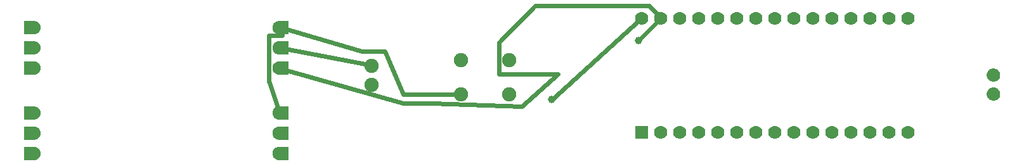
<source format=gbl>
G04 MADE WITH FRITZING*
G04 WWW.FRITZING.ORG*
G04 DOUBLE SIDED*
G04 HOLES PLATED*
G04 CONTOUR ON CENTER OF CONTOUR VECTOR*
%ASAXBY*%
%FSLAX23Y23*%
%MOIN*%
%OFA0B0*%
%SFA1.0B1.0*%
%ADD10C,0.075000*%
%ADD11C,0.070000*%
%ADD12C,0.045440*%
%ADD13C,0.039370*%
%ADD14R,0.070000X0.069972*%
%ADD15C,0.024000*%
%ADD16R,0.001000X0.001000*%
%LNCOPPER0*%
G90*
G70*
G54D10*
X2598Y463D03*
X2342Y463D03*
X2598Y641D03*
X2342Y641D03*
G54D11*
X3292Y263D03*
X3392Y263D03*
X3492Y263D03*
X3592Y263D03*
X3692Y263D03*
X3792Y263D03*
X3892Y263D03*
X3992Y263D03*
X4092Y263D03*
X4192Y263D03*
X4292Y263D03*
X4392Y263D03*
X4492Y263D03*
X4592Y263D03*
X4692Y263D03*
X3292Y863D03*
X3392Y863D03*
X3492Y863D03*
X3592Y863D03*
X3692Y863D03*
X3792Y863D03*
X3892Y863D03*
X3992Y863D03*
X4092Y863D03*
X4192Y863D03*
X4292Y863D03*
X4392Y863D03*
X4492Y863D03*
X4592Y863D03*
X4692Y863D03*
G54D12*
X93Y363D03*
X93Y257D03*
X93Y150D03*
X1392Y363D03*
X1392Y257D03*
X1392Y150D03*
X93Y813D03*
X93Y707D03*
X93Y600D03*
X1392Y813D03*
X1392Y707D03*
X1392Y600D03*
G54D10*
X1873Y613D03*
X1873Y513D03*
G54D11*
X5142Y563D03*
X5142Y463D03*
G54D13*
X2820Y434D03*
X3276Y746D03*
G54D14*
X3292Y263D03*
G54D15*
X1404Y810D02*
X1822Y687D01*
D02*
X1822Y687D02*
X1942Y687D01*
D02*
X2191Y463D02*
X2325Y463D01*
D02*
X2040Y463D02*
X2191Y463D01*
D02*
X1942Y687D02*
X2040Y463D01*
D02*
X1404Y596D02*
X2040Y415D01*
D02*
X2191Y415D02*
X2662Y399D01*
D02*
X2040Y415D02*
X2191Y415D01*
D02*
X2662Y399D02*
X2854Y567D01*
D02*
X2854Y567D02*
X2542Y567D01*
D02*
X2542Y567D02*
X2542Y735D01*
D02*
X2542Y735D02*
X2734Y927D01*
D02*
X2734Y927D02*
X3334Y927D01*
D02*
X3334Y927D02*
X3380Y877D01*
D02*
X1856Y617D02*
X1405Y705D01*
D02*
X1388Y375D02*
X1332Y530D01*
X1332Y530D02*
X1332Y770D01*
X1332Y770D02*
X1404Y770D01*
X1404Y770D02*
X1404Y794D01*
X1404Y794D02*
X1399Y803D01*
D02*
X3279Y851D02*
X2826Y439D01*
D02*
X3282Y751D02*
X3372Y842D01*
X3372Y842D02*
X3380Y850D01*
G54D16*
X49Y847D02*
X107Y847D01*
X1380Y847D02*
X1437Y847D01*
X49Y846D02*
X110Y846D01*
X1376Y846D02*
X1437Y846D01*
X49Y845D02*
X113Y845D01*
X1374Y845D02*
X1437Y845D01*
X49Y844D02*
X115Y844D01*
X1372Y844D02*
X1437Y844D01*
X49Y843D02*
X117Y843D01*
X1370Y843D02*
X1437Y843D01*
X49Y842D02*
X118Y842D01*
X1368Y842D02*
X1437Y842D01*
X49Y841D02*
X120Y841D01*
X1367Y841D02*
X1437Y841D01*
X49Y840D02*
X121Y840D01*
X1366Y840D02*
X1437Y840D01*
X49Y839D02*
X122Y839D01*
X1364Y839D02*
X1437Y839D01*
X49Y838D02*
X123Y838D01*
X1363Y838D02*
X1437Y838D01*
X49Y837D02*
X124Y837D01*
X1362Y837D02*
X1437Y837D01*
X49Y836D02*
X125Y836D01*
X1361Y836D02*
X1437Y836D01*
X49Y835D02*
X126Y835D01*
X1361Y835D02*
X1437Y835D01*
X49Y834D02*
X126Y834D01*
X1360Y834D02*
X1437Y834D01*
X49Y833D02*
X127Y833D01*
X1359Y833D02*
X1437Y833D01*
X49Y832D02*
X128Y832D01*
X1358Y832D02*
X1437Y832D01*
X49Y831D02*
X128Y831D01*
X1358Y831D02*
X1437Y831D01*
X49Y830D02*
X129Y830D01*
X1357Y830D02*
X1437Y830D01*
X49Y829D02*
X130Y829D01*
X1357Y829D02*
X1437Y829D01*
X49Y828D02*
X130Y828D01*
X1356Y828D02*
X1437Y828D01*
X49Y827D02*
X131Y827D01*
X1356Y827D02*
X1437Y827D01*
X49Y826D02*
X131Y826D01*
X1355Y826D02*
X1437Y826D01*
X49Y825D02*
X131Y825D01*
X1355Y825D02*
X1437Y825D01*
X49Y824D02*
X132Y824D01*
X1355Y824D02*
X1437Y824D01*
X49Y823D02*
X132Y823D01*
X1354Y823D02*
X1437Y823D01*
X49Y822D02*
X132Y822D01*
X1354Y822D02*
X1437Y822D01*
X49Y821D02*
X132Y821D01*
X1354Y821D02*
X1437Y821D01*
X49Y820D02*
X133Y820D01*
X1354Y820D02*
X1437Y820D01*
X49Y819D02*
X133Y819D01*
X1353Y819D02*
X1437Y819D01*
X49Y818D02*
X133Y818D01*
X1353Y818D02*
X1437Y818D01*
X49Y817D02*
X133Y817D01*
X1353Y817D02*
X1437Y817D01*
X49Y816D02*
X133Y816D01*
X1353Y816D02*
X1437Y816D01*
X49Y815D02*
X133Y815D01*
X1353Y815D02*
X1437Y815D01*
X49Y814D02*
X133Y814D01*
X1353Y814D02*
X1437Y814D01*
X49Y813D02*
X133Y813D01*
X1353Y813D02*
X1437Y813D01*
X49Y812D02*
X133Y812D01*
X1353Y812D02*
X1437Y812D01*
X49Y811D02*
X133Y811D01*
X1353Y811D02*
X1437Y811D01*
X49Y810D02*
X133Y810D01*
X1353Y810D02*
X1437Y810D01*
X49Y809D02*
X133Y809D01*
X1353Y809D02*
X1437Y809D01*
X49Y808D02*
X133Y808D01*
X1353Y808D02*
X1437Y808D01*
X49Y807D02*
X133Y807D01*
X1353Y807D02*
X1437Y807D01*
X49Y806D02*
X133Y806D01*
X1354Y806D02*
X1437Y806D01*
X49Y805D02*
X132Y805D01*
X1354Y805D02*
X1437Y805D01*
X49Y804D02*
X132Y804D01*
X1354Y804D02*
X1437Y804D01*
X49Y803D02*
X132Y803D01*
X1354Y803D02*
X1437Y803D01*
X49Y802D02*
X132Y802D01*
X1355Y802D02*
X1437Y802D01*
X49Y801D02*
X131Y801D01*
X1355Y801D02*
X1437Y801D01*
X49Y800D02*
X131Y800D01*
X1355Y800D02*
X1437Y800D01*
X49Y799D02*
X130Y799D01*
X1356Y799D02*
X1437Y799D01*
X49Y798D02*
X130Y798D01*
X1356Y798D02*
X1437Y798D01*
X49Y797D02*
X129Y797D01*
X1357Y797D02*
X1437Y797D01*
X49Y796D02*
X129Y796D01*
X1357Y796D02*
X1437Y796D01*
X49Y795D02*
X128Y795D01*
X1358Y795D02*
X1437Y795D01*
X49Y794D02*
X128Y794D01*
X1359Y794D02*
X1437Y794D01*
X49Y793D02*
X127Y793D01*
X1359Y793D02*
X1437Y793D01*
X49Y792D02*
X126Y792D01*
X1360Y792D02*
X1437Y792D01*
X49Y791D02*
X125Y791D01*
X1361Y791D02*
X1437Y791D01*
X49Y790D02*
X125Y790D01*
X1362Y790D02*
X1437Y790D01*
X49Y789D02*
X124Y789D01*
X1363Y789D02*
X1437Y789D01*
X49Y788D02*
X123Y788D01*
X1364Y788D02*
X1437Y788D01*
X49Y787D02*
X122Y787D01*
X1365Y787D02*
X1437Y787D01*
X49Y786D02*
X120Y786D01*
X1366Y786D02*
X1437Y786D01*
X49Y785D02*
X119Y785D01*
X1367Y785D02*
X1437Y785D01*
X49Y784D02*
X118Y784D01*
X1369Y784D02*
X1437Y784D01*
X49Y783D02*
X116Y783D01*
X1370Y783D02*
X1437Y783D01*
X49Y782D02*
X114Y782D01*
X1372Y782D02*
X1437Y782D01*
X49Y781D02*
X112Y781D01*
X1374Y781D02*
X1437Y781D01*
X49Y780D02*
X109Y780D01*
X1377Y780D02*
X1437Y780D01*
X49Y779D02*
X105Y779D01*
X1381Y779D02*
X1437Y779D01*
X49Y741D02*
X103Y741D01*
X1383Y741D02*
X1437Y741D01*
X49Y740D02*
X108Y740D01*
X1378Y740D02*
X1437Y740D01*
X49Y739D02*
X111Y739D01*
X1375Y739D02*
X1437Y739D01*
X49Y738D02*
X114Y738D01*
X1373Y738D02*
X1437Y738D01*
X49Y737D02*
X116Y737D01*
X1371Y737D02*
X1437Y737D01*
X49Y736D02*
X117Y736D01*
X1369Y736D02*
X1437Y736D01*
X49Y735D02*
X119Y735D01*
X1368Y735D02*
X1437Y735D01*
X49Y734D02*
X120Y734D01*
X1366Y734D02*
X1437Y734D01*
X49Y733D02*
X121Y733D01*
X1365Y733D02*
X1437Y733D01*
X49Y732D02*
X122Y732D01*
X1364Y732D02*
X1437Y732D01*
X49Y731D02*
X123Y731D01*
X1363Y731D02*
X1437Y731D01*
X49Y730D02*
X124Y730D01*
X1362Y730D02*
X1437Y730D01*
X49Y729D02*
X125Y729D01*
X1361Y729D02*
X1437Y729D01*
X49Y728D02*
X126Y728D01*
X1360Y728D02*
X1437Y728D01*
X49Y727D02*
X127Y727D01*
X1360Y727D02*
X1437Y727D01*
X49Y726D02*
X127Y726D01*
X1359Y726D02*
X1437Y726D01*
X49Y725D02*
X128Y725D01*
X1358Y725D02*
X1437Y725D01*
X49Y724D02*
X129Y724D01*
X1358Y724D02*
X1437Y724D01*
X49Y723D02*
X129Y723D01*
X1357Y723D02*
X1437Y723D01*
X49Y722D02*
X130Y722D01*
X1357Y722D02*
X1437Y722D01*
X49Y721D02*
X130Y721D01*
X1356Y721D02*
X1437Y721D01*
X49Y720D02*
X131Y720D01*
X1356Y720D02*
X1437Y720D01*
X49Y719D02*
X131Y719D01*
X1355Y719D02*
X1437Y719D01*
X49Y718D02*
X131Y718D01*
X1355Y718D02*
X1437Y718D01*
X49Y717D02*
X132Y717D01*
X1355Y717D02*
X1437Y717D01*
X49Y716D02*
X132Y716D01*
X1354Y716D02*
X1437Y716D01*
X49Y715D02*
X132Y715D01*
X1354Y715D02*
X1437Y715D01*
X49Y714D02*
X133Y714D01*
X1354Y714D02*
X1437Y714D01*
X49Y713D02*
X133Y713D01*
X1354Y713D02*
X1437Y713D01*
X49Y712D02*
X133Y712D01*
X1353Y712D02*
X1437Y712D01*
X49Y711D02*
X133Y711D01*
X1353Y711D02*
X1437Y711D01*
X49Y710D02*
X133Y710D01*
X1353Y710D02*
X1437Y710D01*
X49Y709D02*
X133Y709D01*
X1353Y709D02*
X1437Y709D01*
X49Y708D02*
X133Y708D01*
X1353Y708D02*
X1437Y708D01*
X49Y707D02*
X133Y707D01*
X1353Y707D02*
X1437Y707D01*
X49Y706D02*
X133Y706D01*
X1353Y706D02*
X1437Y706D01*
X49Y705D02*
X133Y705D01*
X1353Y705D02*
X1437Y705D01*
X49Y704D02*
X133Y704D01*
X1353Y704D02*
X1437Y704D01*
X49Y703D02*
X133Y703D01*
X1353Y703D02*
X1437Y703D01*
X49Y702D02*
X133Y702D01*
X1353Y702D02*
X1437Y702D01*
X49Y701D02*
X133Y701D01*
X1353Y701D02*
X1437Y701D01*
X49Y700D02*
X133Y700D01*
X1354Y700D02*
X1437Y700D01*
X49Y699D02*
X133Y699D01*
X1354Y699D02*
X1437Y699D01*
X49Y698D02*
X132Y698D01*
X1354Y698D02*
X1437Y698D01*
X49Y697D02*
X132Y697D01*
X1354Y697D02*
X1437Y697D01*
X49Y696D02*
X132Y696D01*
X1355Y696D02*
X1437Y696D01*
X49Y695D02*
X131Y695D01*
X1355Y695D02*
X1437Y695D01*
X49Y694D02*
X131Y694D01*
X1355Y694D02*
X1437Y694D01*
X49Y693D02*
X131Y693D01*
X1356Y693D02*
X1437Y693D01*
X49Y692D02*
X130Y692D01*
X1356Y692D02*
X1437Y692D01*
X49Y691D02*
X130Y691D01*
X1357Y691D02*
X1437Y691D01*
X49Y690D02*
X129Y690D01*
X1357Y690D02*
X1437Y690D01*
X49Y689D02*
X129Y689D01*
X1358Y689D02*
X1437Y689D01*
X49Y688D02*
X128Y688D01*
X1358Y688D02*
X1437Y688D01*
X49Y687D02*
X127Y687D01*
X1359Y687D02*
X1437Y687D01*
X49Y686D02*
X127Y686D01*
X1360Y686D02*
X1437Y686D01*
X49Y685D02*
X126Y685D01*
X1360Y685D02*
X1437Y685D01*
X49Y684D02*
X125Y684D01*
X1361Y684D02*
X1437Y684D01*
X49Y683D02*
X124Y683D01*
X1362Y683D02*
X1437Y683D01*
X49Y682D02*
X123Y682D01*
X1363Y682D02*
X1437Y682D01*
X49Y681D02*
X122Y681D01*
X1364Y681D02*
X1437Y681D01*
X49Y680D02*
X121Y680D01*
X1365Y680D02*
X1437Y680D01*
X49Y679D02*
X120Y679D01*
X1366Y679D02*
X1437Y679D01*
X49Y678D02*
X119Y678D01*
X1368Y678D02*
X1437Y678D01*
X49Y677D02*
X117Y677D01*
X1369Y677D02*
X1437Y677D01*
X49Y676D02*
X115Y676D01*
X1371Y676D02*
X1437Y676D01*
X49Y675D02*
X113Y675D01*
X1373Y675D02*
X1437Y675D01*
X49Y674D02*
X111Y674D01*
X1375Y674D02*
X1437Y674D01*
X49Y673D02*
X108Y673D01*
X1378Y673D02*
X1437Y673D01*
X49Y672D02*
X101Y672D01*
X1385Y672D02*
X1437Y672D01*
X49Y634D02*
X106Y634D01*
X1380Y634D02*
X1437Y634D01*
X49Y633D02*
X110Y633D01*
X1377Y633D02*
X1437Y633D01*
X49Y632D02*
X112Y632D01*
X1374Y632D02*
X1437Y632D01*
X49Y631D02*
X114Y631D01*
X1372Y631D02*
X1437Y631D01*
X49Y630D02*
X116Y630D01*
X1370Y630D02*
X1437Y630D01*
X49Y629D02*
X118Y629D01*
X1368Y629D02*
X1437Y629D01*
X49Y628D02*
X119Y628D01*
X1367Y628D02*
X1437Y628D01*
X49Y627D02*
X121Y627D01*
X1366Y627D02*
X1437Y627D01*
X49Y626D02*
X122Y626D01*
X1365Y626D02*
X1437Y626D01*
X49Y625D02*
X123Y625D01*
X1363Y625D02*
X1437Y625D01*
X49Y624D02*
X124Y624D01*
X1362Y624D02*
X1437Y624D01*
X49Y623D02*
X125Y623D01*
X1362Y623D02*
X1437Y623D01*
X49Y622D02*
X126Y622D01*
X1361Y622D02*
X1437Y622D01*
X49Y621D02*
X126Y621D01*
X1360Y621D02*
X1437Y621D01*
X49Y620D02*
X127Y620D01*
X1359Y620D02*
X1437Y620D01*
X49Y619D02*
X128Y619D01*
X1359Y619D02*
X1437Y619D01*
X49Y618D02*
X128Y618D01*
X1358Y618D02*
X1437Y618D01*
X49Y617D02*
X129Y617D01*
X1357Y617D02*
X1437Y617D01*
X49Y616D02*
X129Y616D01*
X1357Y616D02*
X1437Y616D01*
X49Y615D02*
X130Y615D01*
X1356Y615D02*
X1437Y615D01*
X49Y614D02*
X130Y614D01*
X1356Y614D02*
X1437Y614D01*
X49Y613D02*
X131Y613D01*
X1355Y613D02*
X1437Y613D01*
X49Y612D02*
X131Y612D01*
X1355Y612D02*
X1437Y612D01*
X49Y611D02*
X132Y611D01*
X1355Y611D02*
X1437Y611D01*
X49Y610D02*
X132Y610D01*
X1354Y610D02*
X1437Y610D01*
X49Y609D02*
X132Y609D01*
X1354Y609D02*
X1437Y609D01*
X49Y608D02*
X132Y608D01*
X1354Y608D02*
X1437Y608D01*
X49Y607D02*
X133Y607D01*
X1354Y607D02*
X1437Y607D01*
X49Y606D02*
X133Y606D01*
X1353Y606D02*
X1437Y606D01*
X49Y605D02*
X133Y605D01*
X1353Y605D02*
X1437Y605D01*
X49Y604D02*
X133Y604D01*
X1353Y604D02*
X1437Y604D01*
X49Y603D02*
X133Y603D01*
X1353Y603D02*
X1437Y603D01*
X49Y602D02*
X133Y602D01*
X1353Y602D02*
X1437Y602D01*
X49Y601D02*
X134Y601D01*
X1353Y601D02*
X1437Y601D01*
X49Y600D02*
X134Y600D01*
X1353Y600D02*
X1437Y600D01*
X49Y599D02*
X133Y599D01*
X1353Y599D02*
X1437Y599D01*
X49Y598D02*
X133Y598D01*
X1353Y598D02*
X1437Y598D01*
X5139Y598D02*
X5147Y598D01*
X49Y597D02*
X133Y597D01*
X1353Y597D02*
X1437Y597D01*
X5134Y597D02*
X5151Y597D01*
X49Y596D02*
X133Y596D01*
X1353Y596D02*
X1437Y596D01*
X5131Y596D02*
X5154Y596D01*
X49Y595D02*
X133Y595D01*
X1353Y595D02*
X1437Y595D01*
X5129Y595D02*
X5157Y595D01*
X49Y594D02*
X133Y594D01*
X1353Y594D02*
X1437Y594D01*
X5127Y594D02*
X5159Y594D01*
X49Y593D02*
X133Y593D01*
X1354Y593D02*
X1437Y593D01*
X5125Y593D02*
X5161Y593D01*
X49Y592D02*
X132Y592D01*
X1354Y592D02*
X1437Y592D01*
X5123Y592D02*
X5162Y592D01*
X49Y591D02*
X132Y591D01*
X1354Y591D02*
X1437Y591D01*
X5122Y591D02*
X5164Y591D01*
X49Y590D02*
X132Y590D01*
X1354Y590D02*
X1437Y590D01*
X5121Y590D02*
X5165Y590D01*
X49Y589D02*
X132Y589D01*
X1355Y589D02*
X1437Y589D01*
X5119Y589D02*
X5166Y589D01*
X49Y588D02*
X131Y588D01*
X1355Y588D02*
X1437Y588D01*
X5118Y588D02*
X5167Y588D01*
X49Y587D02*
X131Y587D01*
X1355Y587D02*
X1437Y587D01*
X5118Y587D02*
X5168Y587D01*
X49Y586D02*
X130Y586D01*
X1356Y586D02*
X1437Y586D01*
X5117Y586D02*
X5169Y586D01*
X49Y585D02*
X130Y585D01*
X1356Y585D02*
X1437Y585D01*
X5116Y585D02*
X5170Y585D01*
X49Y584D02*
X130Y584D01*
X1357Y584D02*
X1437Y584D01*
X5115Y584D02*
X5170Y584D01*
X49Y583D02*
X129Y583D01*
X1357Y583D02*
X1437Y583D01*
X5114Y583D02*
X5171Y583D01*
X49Y582D02*
X128Y582D01*
X1358Y582D02*
X1437Y582D01*
X5114Y582D02*
X5172Y582D01*
X49Y581D02*
X128Y581D01*
X1359Y581D02*
X1437Y581D01*
X5113Y581D02*
X5172Y581D01*
X49Y580D02*
X127Y580D01*
X1359Y580D02*
X1437Y580D01*
X5113Y580D02*
X5173Y580D01*
X49Y579D02*
X126Y579D01*
X1360Y579D02*
X1437Y579D01*
X5112Y579D02*
X5173Y579D01*
X49Y578D02*
X126Y578D01*
X1361Y578D02*
X1437Y578D01*
X5112Y578D02*
X5138Y578D01*
X5147Y578D02*
X5174Y578D01*
X49Y577D02*
X125Y577D01*
X1362Y577D02*
X1437Y577D01*
X5111Y577D02*
X5136Y577D01*
X5150Y577D02*
X5174Y577D01*
X49Y576D02*
X124Y576D01*
X1362Y576D02*
X1437Y576D01*
X5111Y576D02*
X5134Y576D01*
X5152Y576D02*
X5175Y576D01*
X49Y575D02*
X123Y575D01*
X1363Y575D02*
X1437Y575D01*
X5110Y575D02*
X5133Y575D01*
X5153Y575D02*
X5175Y575D01*
X49Y574D02*
X122Y574D01*
X1364Y574D02*
X1437Y574D01*
X5110Y574D02*
X5132Y574D01*
X5154Y574D02*
X5175Y574D01*
X49Y573D02*
X121Y573D01*
X1366Y573D02*
X1437Y573D01*
X5110Y573D02*
X5131Y573D01*
X5155Y573D02*
X5176Y573D01*
X49Y572D02*
X119Y572D01*
X1367Y572D02*
X1437Y572D01*
X5110Y572D02*
X5130Y572D01*
X5156Y572D02*
X5176Y572D01*
X49Y571D02*
X118Y571D01*
X1368Y571D02*
X1437Y571D01*
X5109Y571D02*
X5129Y571D01*
X5156Y571D02*
X5176Y571D01*
X49Y570D02*
X116Y570D01*
X1370Y570D02*
X1437Y570D01*
X5109Y570D02*
X5129Y570D01*
X5157Y570D02*
X5177Y570D01*
X49Y569D02*
X115Y569D01*
X1372Y569D02*
X1437Y569D01*
X5109Y569D02*
X5128Y569D01*
X5157Y569D02*
X5177Y569D01*
X49Y568D02*
X112Y568D01*
X1374Y568D02*
X1437Y568D01*
X5109Y568D02*
X5128Y568D01*
X5158Y568D02*
X5177Y568D01*
X49Y567D02*
X110Y567D01*
X1376Y567D02*
X1437Y567D01*
X5109Y567D02*
X5128Y567D01*
X5158Y567D02*
X5177Y567D01*
X49Y566D02*
X106Y566D01*
X1380Y566D02*
X1437Y566D01*
X5108Y566D02*
X5127Y566D01*
X5158Y566D02*
X5177Y566D01*
X5108Y565D02*
X5127Y565D01*
X5158Y565D02*
X5177Y565D01*
X5108Y564D02*
X5127Y564D01*
X5158Y564D02*
X5177Y564D01*
X5108Y563D02*
X5127Y563D01*
X5158Y563D02*
X5177Y563D01*
X5108Y562D02*
X5127Y562D01*
X5158Y562D02*
X5177Y562D01*
X5108Y561D02*
X5127Y561D01*
X5158Y561D02*
X5177Y561D01*
X5109Y560D02*
X5128Y560D01*
X5158Y560D02*
X5177Y560D01*
X5109Y559D02*
X5128Y559D01*
X5158Y559D02*
X5177Y559D01*
X5109Y558D02*
X5128Y558D01*
X5157Y558D02*
X5177Y558D01*
X5109Y557D02*
X5129Y557D01*
X5157Y557D02*
X5177Y557D01*
X5109Y556D02*
X5129Y556D01*
X5156Y556D02*
X5176Y556D01*
X5109Y555D02*
X5130Y555D01*
X5156Y555D02*
X5176Y555D01*
X5110Y554D02*
X5131Y554D01*
X5155Y554D02*
X5176Y554D01*
X5110Y553D02*
X5132Y553D01*
X5154Y553D02*
X5176Y553D01*
X5110Y552D02*
X5133Y552D01*
X5153Y552D02*
X5175Y552D01*
X5111Y551D02*
X5134Y551D01*
X5152Y551D02*
X5175Y551D01*
X5111Y550D02*
X5135Y550D01*
X5150Y550D02*
X5174Y550D01*
X5112Y549D02*
X5138Y549D01*
X5148Y549D02*
X5174Y549D01*
X5112Y548D02*
X5173Y548D01*
X5113Y547D02*
X5173Y547D01*
X5113Y546D02*
X5172Y546D01*
X5114Y545D02*
X5172Y545D01*
X5114Y544D02*
X5171Y544D01*
X5115Y543D02*
X5171Y543D01*
X5116Y542D02*
X5170Y542D01*
X5117Y541D02*
X5169Y541D01*
X5117Y540D02*
X5168Y540D01*
X5118Y539D02*
X5167Y539D01*
X5119Y538D02*
X5166Y538D01*
X5120Y537D02*
X5165Y537D01*
X5122Y536D02*
X5164Y536D01*
X5123Y535D02*
X5162Y535D01*
X5125Y534D02*
X5161Y534D01*
X5126Y533D02*
X5159Y533D01*
X5128Y532D02*
X5157Y532D01*
X5131Y531D02*
X5155Y531D01*
X5134Y530D02*
X5152Y530D01*
X5138Y529D02*
X5148Y529D01*
X5138Y498D02*
X5147Y498D01*
X5134Y497D02*
X5152Y497D01*
X5131Y496D02*
X5155Y496D01*
X5129Y495D02*
X5157Y495D01*
X5126Y494D02*
X5159Y494D01*
X5125Y493D02*
X5161Y493D01*
X5123Y492D02*
X5162Y492D01*
X5122Y491D02*
X5164Y491D01*
X5121Y490D02*
X5165Y490D01*
X5119Y489D02*
X5166Y489D01*
X5118Y488D02*
X5167Y488D01*
X5117Y487D02*
X5168Y487D01*
X5117Y486D02*
X5169Y486D01*
X5116Y485D02*
X5170Y485D01*
X5115Y484D02*
X5171Y484D01*
X5114Y483D02*
X5171Y483D01*
X5114Y482D02*
X5172Y482D01*
X5113Y481D02*
X5172Y481D01*
X5113Y480D02*
X5173Y480D01*
X5112Y479D02*
X5173Y479D01*
X5112Y478D02*
X5138Y478D01*
X5147Y478D02*
X5174Y478D01*
X5111Y477D02*
X5136Y477D01*
X5150Y477D02*
X5174Y477D01*
X5111Y476D02*
X5134Y476D01*
X5152Y476D02*
X5175Y476D01*
X5110Y475D02*
X5133Y475D01*
X5153Y475D02*
X5175Y475D01*
X5110Y474D02*
X5132Y474D01*
X5154Y474D02*
X5176Y474D01*
X5110Y473D02*
X5131Y473D01*
X5155Y473D02*
X5176Y473D01*
X5110Y472D02*
X5130Y472D01*
X5156Y472D02*
X5176Y472D01*
X5109Y471D02*
X5129Y471D01*
X5156Y471D02*
X5176Y471D01*
X5109Y470D02*
X5129Y470D01*
X5157Y470D02*
X5177Y470D01*
X5109Y469D02*
X5128Y469D01*
X5157Y469D02*
X5177Y469D01*
X5109Y468D02*
X5128Y468D01*
X5158Y468D02*
X5177Y468D01*
X5109Y467D02*
X5128Y467D01*
X5158Y467D02*
X5177Y467D01*
X5108Y466D02*
X5127Y466D01*
X5158Y466D02*
X5177Y466D01*
X5108Y465D02*
X5127Y465D01*
X5158Y465D02*
X5177Y465D01*
X5108Y464D02*
X5127Y464D01*
X5158Y464D02*
X5177Y464D01*
X5108Y463D02*
X5127Y463D01*
X5158Y463D02*
X5177Y463D01*
X5108Y462D02*
X5127Y462D01*
X5158Y462D02*
X5177Y462D01*
X5108Y461D02*
X5127Y461D01*
X5158Y461D02*
X5177Y461D01*
X5109Y460D02*
X5128Y460D01*
X5158Y460D02*
X5177Y460D01*
X5109Y459D02*
X5128Y459D01*
X5158Y459D02*
X5177Y459D01*
X5109Y458D02*
X5128Y458D01*
X5157Y458D02*
X5177Y458D01*
X5109Y457D02*
X5129Y457D01*
X5157Y457D02*
X5177Y457D01*
X5109Y456D02*
X5129Y456D01*
X5156Y456D02*
X5176Y456D01*
X5110Y455D02*
X5130Y455D01*
X5156Y455D02*
X5176Y455D01*
X5110Y454D02*
X5131Y454D01*
X5155Y454D02*
X5176Y454D01*
X5110Y453D02*
X5132Y453D01*
X5154Y453D02*
X5176Y453D01*
X5110Y452D02*
X5133Y452D01*
X5153Y452D02*
X5175Y452D01*
X5111Y451D02*
X5134Y451D01*
X5152Y451D02*
X5175Y451D01*
X5111Y450D02*
X5136Y450D01*
X5150Y450D02*
X5174Y450D01*
X5112Y449D02*
X5138Y449D01*
X5147Y449D02*
X5174Y449D01*
X5112Y448D02*
X5173Y448D01*
X5113Y447D02*
X5173Y447D01*
X5113Y446D02*
X5172Y446D01*
X5114Y445D02*
X5172Y445D01*
X5114Y444D02*
X5171Y444D01*
X5115Y443D02*
X5171Y443D01*
X5116Y442D02*
X5170Y442D01*
X5117Y441D02*
X5169Y441D01*
X5117Y440D02*
X5168Y440D01*
X5118Y439D02*
X5167Y439D01*
X5119Y438D02*
X5166Y438D01*
X5121Y437D02*
X5165Y437D01*
X5122Y436D02*
X5164Y436D01*
X5123Y435D02*
X5162Y435D01*
X5125Y434D02*
X5161Y434D01*
X5127Y433D02*
X5159Y433D01*
X5129Y432D02*
X5157Y432D01*
X5131Y431D02*
X5155Y431D01*
X5134Y430D02*
X5152Y430D01*
X5138Y429D02*
X5147Y429D01*
X49Y398D02*
X102Y398D01*
X1384Y398D02*
X1437Y398D01*
X49Y397D02*
X108Y397D01*
X1378Y397D02*
X1437Y397D01*
X49Y396D02*
X111Y396D01*
X1375Y396D02*
X1437Y396D01*
X49Y395D02*
X113Y395D01*
X1373Y395D02*
X1437Y395D01*
X49Y394D02*
X115Y394D01*
X1371Y394D02*
X1437Y394D01*
X49Y393D02*
X117Y393D01*
X1369Y393D02*
X1437Y393D01*
X49Y392D02*
X119Y392D01*
X1368Y392D02*
X1437Y392D01*
X49Y391D02*
X120Y391D01*
X1366Y391D02*
X1437Y391D01*
X49Y390D02*
X121Y390D01*
X1365Y390D02*
X1437Y390D01*
X49Y389D02*
X122Y389D01*
X1364Y389D02*
X1437Y389D01*
X49Y388D02*
X123Y388D01*
X1363Y388D02*
X1437Y388D01*
X49Y387D02*
X124Y387D01*
X1362Y387D02*
X1437Y387D01*
X49Y386D02*
X125Y386D01*
X1361Y386D02*
X1437Y386D01*
X49Y385D02*
X126Y385D01*
X1360Y385D02*
X1437Y385D01*
X49Y384D02*
X127Y384D01*
X1360Y384D02*
X1437Y384D01*
X49Y383D02*
X127Y383D01*
X1359Y383D02*
X1437Y383D01*
X49Y382D02*
X128Y382D01*
X1358Y382D02*
X1437Y382D01*
X49Y381D02*
X129Y381D01*
X1358Y381D02*
X1437Y381D01*
X49Y380D02*
X129Y380D01*
X1357Y380D02*
X1437Y380D01*
X49Y379D02*
X130Y379D01*
X1357Y379D02*
X1437Y379D01*
X49Y378D02*
X130Y378D01*
X1356Y378D02*
X1437Y378D01*
X49Y377D02*
X131Y377D01*
X1356Y377D02*
X1437Y377D01*
X49Y376D02*
X131Y376D01*
X1355Y376D02*
X1437Y376D01*
X49Y375D02*
X131Y375D01*
X1355Y375D02*
X1437Y375D01*
X49Y374D02*
X132Y374D01*
X1355Y374D02*
X1437Y374D01*
X49Y373D02*
X132Y373D01*
X1354Y373D02*
X1437Y373D01*
X49Y372D02*
X132Y372D01*
X1354Y372D02*
X1437Y372D01*
X49Y371D02*
X133Y371D01*
X1354Y371D02*
X1437Y371D01*
X49Y370D02*
X133Y370D01*
X1354Y370D02*
X1437Y370D01*
X49Y369D02*
X133Y369D01*
X1353Y369D02*
X1437Y369D01*
X49Y368D02*
X133Y368D01*
X1353Y368D02*
X1437Y368D01*
X49Y367D02*
X133Y367D01*
X1353Y367D02*
X1437Y367D01*
X49Y366D02*
X133Y366D01*
X1353Y366D02*
X1437Y366D01*
X49Y365D02*
X133Y365D01*
X1353Y365D02*
X1437Y365D01*
X49Y364D02*
X133Y364D01*
X1353Y364D02*
X1437Y364D01*
X49Y363D02*
X133Y363D01*
X1353Y363D02*
X1437Y363D01*
X49Y362D02*
X133Y362D01*
X1353Y362D02*
X1437Y362D01*
X49Y361D02*
X133Y361D01*
X1353Y361D02*
X1437Y361D01*
X49Y360D02*
X133Y360D01*
X1353Y360D02*
X1437Y360D01*
X49Y359D02*
X133Y359D01*
X1353Y359D02*
X1437Y359D01*
X49Y358D02*
X133Y358D01*
X1353Y358D02*
X1437Y358D01*
X49Y357D02*
X133Y357D01*
X1354Y357D02*
X1437Y357D01*
X49Y356D02*
X133Y356D01*
X1354Y356D02*
X1437Y356D01*
X49Y355D02*
X132Y355D01*
X1354Y355D02*
X1437Y355D01*
X49Y354D02*
X132Y354D01*
X1354Y354D02*
X1437Y354D01*
X49Y353D02*
X132Y353D01*
X1355Y353D02*
X1437Y353D01*
X49Y352D02*
X131Y352D01*
X1355Y352D02*
X1437Y352D01*
X49Y351D02*
X131Y351D01*
X1355Y351D02*
X1437Y351D01*
X49Y350D02*
X131Y350D01*
X1356Y350D02*
X1437Y350D01*
X49Y349D02*
X130Y349D01*
X1356Y349D02*
X1437Y349D01*
X49Y348D02*
X130Y348D01*
X1357Y348D02*
X1437Y348D01*
X49Y347D02*
X129Y347D01*
X1357Y347D02*
X1437Y347D01*
X49Y346D02*
X129Y346D01*
X1358Y346D02*
X1437Y346D01*
X49Y345D02*
X128Y345D01*
X1358Y345D02*
X1437Y345D01*
X49Y344D02*
X127Y344D01*
X1359Y344D02*
X1437Y344D01*
X49Y343D02*
X127Y343D01*
X1360Y343D02*
X1437Y343D01*
X49Y342D02*
X126Y342D01*
X1360Y342D02*
X1437Y342D01*
X49Y341D02*
X125Y341D01*
X1361Y341D02*
X1437Y341D01*
X49Y340D02*
X124Y340D01*
X1362Y340D02*
X1437Y340D01*
X49Y339D02*
X123Y339D01*
X1363Y339D02*
X1437Y339D01*
X49Y338D02*
X122Y338D01*
X1364Y338D02*
X1437Y338D01*
X49Y337D02*
X121Y337D01*
X1365Y337D02*
X1437Y337D01*
X49Y336D02*
X120Y336D01*
X1366Y336D02*
X1437Y336D01*
X49Y335D02*
X119Y335D01*
X1368Y335D02*
X1437Y335D01*
X49Y334D02*
X117Y334D01*
X1369Y334D02*
X1437Y334D01*
X49Y333D02*
X115Y333D01*
X1371Y333D02*
X1437Y333D01*
X49Y332D02*
X113Y332D01*
X1373Y332D02*
X1437Y332D01*
X49Y331D02*
X111Y331D01*
X1375Y331D02*
X1437Y331D01*
X49Y330D02*
X108Y330D01*
X1378Y330D02*
X1437Y330D01*
X49Y329D02*
X102Y329D01*
X1384Y329D02*
X1437Y329D01*
X49Y291D02*
X105Y291D01*
X1381Y291D02*
X1437Y291D01*
X49Y290D02*
X110Y290D01*
X1377Y290D02*
X1437Y290D01*
X49Y289D02*
X112Y289D01*
X1374Y289D02*
X1437Y289D01*
X49Y288D02*
X114Y288D01*
X1372Y288D02*
X1437Y288D01*
X49Y287D02*
X116Y287D01*
X1370Y287D02*
X1437Y287D01*
X49Y286D02*
X118Y286D01*
X1368Y286D02*
X1437Y286D01*
X49Y285D02*
X119Y285D01*
X1367Y285D02*
X1437Y285D01*
X49Y284D02*
X121Y284D01*
X1366Y284D02*
X1437Y284D01*
X49Y283D02*
X122Y283D01*
X1365Y283D02*
X1437Y283D01*
X49Y282D02*
X123Y282D01*
X1364Y282D02*
X1437Y282D01*
X49Y281D02*
X124Y281D01*
X1363Y281D02*
X1437Y281D01*
X49Y280D02*
X125Y280D01*
X1362Y280D02*
X1437Y280D01*
X49Y279D02*
X126Y279D01*
X1361Y279D02*
X1437Y279D01*
X49Y278D02*
X126Y278D01*
X1360Y278D02*
X1437Y278D01*
X49Y277D02*
X127Y277D01*
X1359Y277D02*
X1437Y277D01*
X49Y276D02*
X128Y276D01*
X1359Y276D02*
X1437Y276D01*
X49Y275D02*
X128Y275D01*
X1358Y275D02*
X1437Y275D01*
X49Y274D02*
X129Y274D01*
X1357Y274D02*
X1437Y274D01*
X49Y273D02*
X129Y273D01*
X1357Y273D02*
X1437Y273D01*
X49Y272D02*
X130Y272D01*
X1356Y272D02*
X1437Y272D01*
X49Y271D02*
X130Y271D01*
X1356Y271D02*
X1437Y271D01*
X49Y270D02*
X131Y270D01*
X1355Y270D02*
X1437Y270D01*
X49Y269D02*
X131Y269D01*
X1355Y269D02*
X1437Y269D01*
X49Y268D02*
X132Y268D01*
X1355Y268D02*
X1437Y268D01*
X49Y267D02*
X132Y267D01*
X1354Y267D02*
X1437Y267D01*
X49Y266D02*
X132Y266D01*
X1354Y266D02*
X1437Y266D01*
X49Y265D02*
X132Y265D01*
X1354Y265D02*
X1437Y265D01*
X49Y264D02*
X133Y264D01*
X1354Y264D02*
X1437Y264D01*
X49Y263D02*
X133Y263D01*
X1353Y263D02*
X1437Y263D01*
X49Y262D02*
X133Y262D01*
X1353Y262D02*
X1437Y262D01*
X49Y261D02*
X133Y261D01*
X1353Y261D02*
X1437Y261D01*
X49Y260D02*
X133Y260D01*
X1353Y260D02*
X1437Y260D01*
X49Y259D02*
X133Y259D01*
X1353Y259D02*
X1437Y259D01*
X49Y258D02*
X133Y258D01*
X1353Y258D02*
X1437Y258D01*
X49Y257D02*
X133Y257D01*
X1353Y257D02*
X1437Y257D01*
X49Y256D02*
X133Y256D01*
X1353Y256D02*
X1437Y256D01*
X49Y255D02*
X133Y255D01*
X1353Y255D02*
X1437Y255D01*
X49Y254D02*
X133Y254D01*
X1353Y254D02*
X1437Y254D01*
X49Y253D02*
X133Y253D01*
X1353Y253D02*
X1437Y253D01*
X49Y252D02*
X133Y252D01*
X1353Y252D02*
X1437Y252D01*
X49Y251D02*
X133Y251D01*
X1353Y251D02*
X1437Y251D01*
X49Y250D02*
X133Y250D01*
X1354Y250D02*
X1437Y250D01*
X49Y249D02*
X132Y249D01*
X1354Y249D02*
X1437Y249D01*
X49Y248D02*
X132Y248D01*
X1354Y248D02*
X1437Y248D01*
X49Y247D02*
X132Y247D01*
X1354Y247D02*
X1437Y247D01*
X49Y246D02*
X132Y246D01*
X1355Y246D02*
X1437Y246D01*
X49Y245D02*
X131Y245D01*
X1355Y245D02*
X1437Y245D01*
X49Y244D02*
X131Y244D01*
X1355Y244D02*
X1437Y244D01*
X49Y243D02*
X130Y243D01*
X1356Y243D02*
X1437Y243D01*
X49Y242D02*
X130Y242D01*
X1356Y242D02*
X1437Y242D01*
X49Y241D02*
X130Y241D01*
X1357Y241D02*
X1437Y241D01*
X49Y240D02*
X129Y240D01*
X1357Y240D02*
X1437Y240D01*
X49Y239D02*
X128Y239D01*
X1358Y239D02*
X1437Y239D01*
X49Y238D02*
X128Y238D01*
X1358Y238D02*
X1437Y238D01*
X49Y237D02*
X127Y237D01*
X1359Y237D02*
X1437Y237D01*
X49Y236D02*
X126Y236D01*
X1360Y236D02*
X1437Y236D01*
X49Y235D02*
X126Y235D01*
X1361Y235D02*
X1437Y235D01*
X49Y234D02*
X125Y234D01*
X1361Y234D02*
X1437Y234D01*
X49Y233D02*
X124Y233D01*
X1362Y233D02*
X1437Y233D01*
X49Y232D02*
X123Y232D01*
X1363Y232D02*
X1437Y232D01*
X49Y231D02*
X122Y231D01*
X1364Y231D02*
X1437Y231D01*
X49Y230D02*
X121Y230D01*
X1366Y230D02*
X1437Y230D01*
X49Y229D02*
X119Y229D01*
X1367Y229D02*
X1437Y229D01*
X49Y228D02*
X118Y228D01*
X1368Y228D02*
X1437Y228D01*
X49Y227D02*
X116Y227D01*
X1370Y227D02*
X1437Y227D01*
X49Y226D02*
X115Y226D01*
X1372Y226D02*
X1437Y226D01*
X49Y225D02*
X113Y225D01*
X1374Y225D02*
X1437Y225D01*
X49Y224D02*
X110Y224D01*
X1376Y224D02*
X1437Y224D01*
X49Y223D02*
X106Y223D01*
X1380Y223D02*
X1437Y223D01*
X49Y184D02*
X107Y184D01*
X1379Y184D02*
X1437Y184D01*
X49Y183D02*
X111Y183D01*
X1376Y183D02*
X1437Y183D01*
X49Y182D02*
X113Y182D01*
X1373Y182D02*
X1437Y182D01*
X49Y181D02*
X115Y181D01*
X1371Y181D02*
X1437Y181D01*
X49Y180D02*
X117Y180D01*
X1369Y180D02*
X1437Y180D01*
X49Y179D02*
X118Y179D01*
X1368Y179D02*
X1437Y179D01*
X49Y178D02*
X120Y178D01*
X1367Y178D02*
X1437Y178D01*
X49Y177D02*
X121Y177D01*
X1365Y177D02*
X1437Y177D01*
X49Y176D02*
X122Y176D01*
X1364Y176D02*
X1437Y176D01*
X49Y175D02*
X123Y175D01*
X1363Y175D02*
X1437Y175D01*
X49Y174D02*
X124Y174D01*
X1362Y174D02*
X1437Y174D01*
X49Y173D02*
X125Y173D01*
X1361Y173D02*
X1437Y173D01*
X49Y172D02*
X126Y172D01*
X1360Y172D02*
X1437Y172D01*
X49Y171D02*
X127Y171D01*
X1360Y171D02*
X1437Y171D01*
X49Y170D02*
X127Y170D01*
X1359Y170D02*
X1437Y170D01*
X49Y169D02*
X128Y169D01*
X1358Y169D02*
X1437Y169D01*
X49Y168D02*
X129Y168D01*
X1358Y168D02*
X1437Y168D01*
X49Y167D02*
X129Y167D01*
X1357Y167D02*
X1437Y167D01*
X49Y166D02*
X130Y166D01*
X1357Y166D02*
X1437Y166D01*
X49Y165D02*
X130Y165D01*
X1356Y165D02*
X1437Y165D01*
X49Y164D02*
X131Y164D01*
X1356Y164D02*
X1437Y164D01*
X49Y163D02*
X131Y163D01*
X1355Y163D02*
X1437Y163D01*
X49Y162D02*
X131Y162D01*
X1355Y162D02*
X1437Y162D01*
X49Y161D02*
X132Y161D01*
X1355Y161D02*
X1437Y161D01*
X49Y160D02*
X132Y160D01*
X1354Y160D02*
X1437Y160D01*
X49Y159D02*
X132Y159D01*
X1354Y159D02*
X1437Y159D01*
X49Y158D02*
X133Y158D01*
X1354Y158D02*
X1437Y158D01*
X49Y157D02*
X133Y157D01*
X1354Y157D02*
X1437Y157D01*
X49Y156D02*
X133Y156D01*
X1353Y156D02*
X1437Y156D01*
X49Y155D02*
X133Y155D01*
X1353Y155D02*
X1437Y155D01*
X49Y154D02*
X133Y154D01*
X1353Y154D02*
X1437Y154D01*
X49Y153D02*
X133Y153D01*
X1353Y153D02*
X1437Y153D01*
X49Y152D02*
X133Y152D01*
X1353Y152D02*
X1437Y152D01*
X49Y151D02*
X134Y151D01*
X1353Y151D02*
X1437Y151D01*
X49Y150D02*
X133Y150D01*
X1353Y150D02*
X1437Y150D01*
X49Y149D02*
X133Y149D01*
X1353Y149D02*
X1437Y149D01*
X49Y148D02*
X133Y148D01*
X1353Y148D02*
X1437Y148D01*
X49Y147D02*
X133Y147D01*
X1353Y147D02*
X1437Y147D01*
X49Y146D02*
X133Y146D01*
X1353Y146D02*
X1437Y146D01*
X49Y145D02*
X133Y145D01*
X1353Y145D02*
X1437Y145D01*
X49Y144D02*
X133Y144D01*
X1354Y144D02*
X1437Y144D01*
X49Y143D02*
X133Y143D01*
X1354Y143D02*
X1437Y143D01*
X49Y142D02*
X132Y142D01*
X1354Y142D02*
X1437Y142D01*
X49Y141D02*
X132Y141D01*
X1354Y141D02*
X1437Y141D01*
X49Y140D02*
X132Y140D01*
X1354Y140D02*
X1437Y140D01*
X49Y139D02*
X131Y139D01*
X1355Y139D02*
X1437Y139D01*
X49Y138D02*
X131Y138D01*
X1355Y138D02*
X1437Y138D01*
X49Y137D02*
X131Y137D01*
X1356Y137D02*
X1437Y137D01*
X49Y136D02*
X130Y136D01*
X1356Y136D02*
X1437Y136D01*
X49Y135D02*
X130Y135D01*
X1356Y135D02*
X1437Y135D01*
X49Y134D02*
X129Y134D01*
X1357Y134D02*
X1437Y134D01*
X49Y133D02*
X129Y133D01*
X1358Y133D02*
X1437Y133D01*
X49Y132D02*
X128Y132D01*
X1358Y132D02*
X1437Y132D01*
X49Y131D02*
X128Y131D01*
X1359Y131D02*
X1437Y131D01*
X49Y130D02*
X127Y130D01*
X1359Y130D02*
X1437Y130D01*
X49Y129D02*
X126Y129D01*
X1360Y129D02*
X1437Y129D01*
X49Y128D02*
X125Y128D01*
X1361Y128D02*
X1437Y128D01*
X49Y127D02*
X124Y127D01*
X1362Y127D02*
X1437Y127D01*
X49Y126D02*
X124Y126D01*
X1363Y126D02*
X1437Y126D01*
X49Y125D02*
X122Y125D01*
X1364Y125D02*
X1437Y125D01*
X49Y124D02*
X121Y124D01*
X1365Y124D02*
X1437Y124D01*
X49Y123D02*
X120Y123D01*
X1366Y123D02*
X1437Y123D01*
X49Y122D02*
X119Y122D01*
X1367Y122D02*
X1437Y122D01*
X49Y121D02*
X117Y121D01*
X1369Y121D02*
X1437Y121D01*
X49Y120D02*
X116Y120D01*
X1370Y120D02*
X1437Y120D01*
X49Y119D02*
X114Y119D01*
X1372Y119D02*
X1437Y119D01*
X49Y118D02*
X112Y118D01*
X1375Y118D02*
X1437Y118D01*
X49Y117D02*
X109Y117D01*
X1378Y117D02*
X1437Y117D01*
X49Y116D02*
X104Y116D01*
X1382Y116D02*
X1437Y116D01*
D02*
G04 End of Copper0*
M02*
</source>
